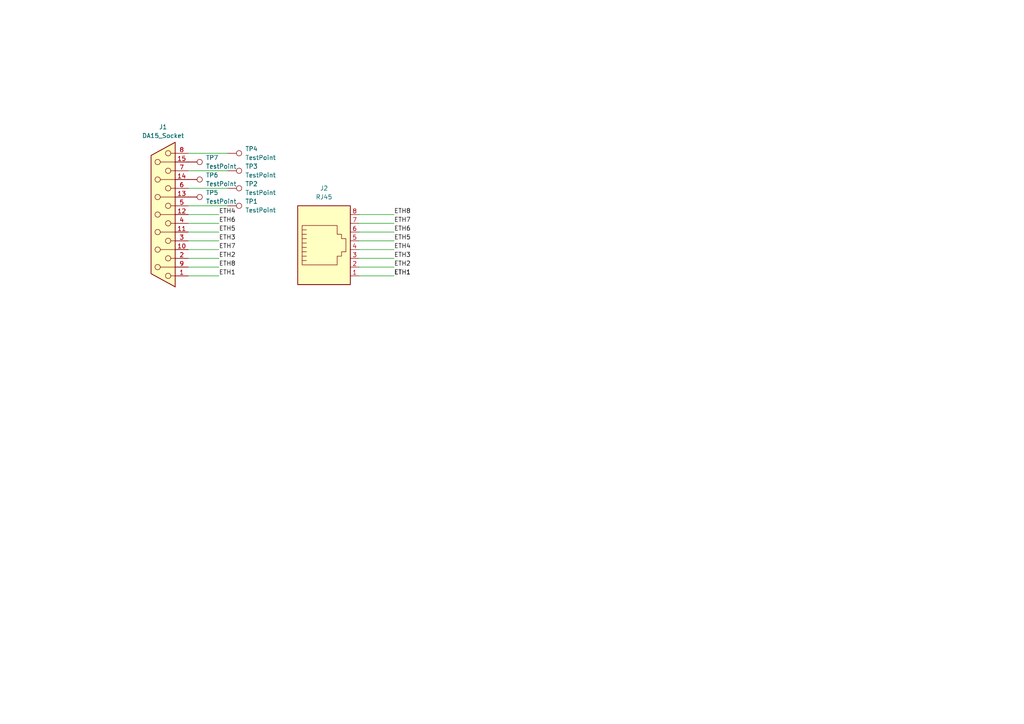
<source format=kicad_sch>
(kicad_sch (version 20250114) (generator "eeschema") (generator_version "9.0")
  (paper "A4")
  (lib_symbols
    (symbol "Connector:DA15_Socket" (pin_names (offset 1.016) (hide yes))
      (property "Reference" "J" (at 0.508 21.59 0))
      (property "Value" "DA15_Socket" (at 0 -22.225 0))
      (symbol "DA15_Socket_0_1"
        (polyline (pts (xy -3.81 20.955) (xy 3.175 17.145) (xy 3.175 -17.145) (xy -3.81 -20.955) (xy -3.81 20.955)) (stroke (width 0.254)) (fill (type background)))
        (polyline (pts (xy -3.81 17.78) (xy -2.54 17.78)))
        (polyline (pts (xy -3.81 15.24) (xy 0.508 15.24)))
        (polyline (pts (xy -3.81 12.7) (xy -2.54 12.7)))
        (polyline (pts (xy -3.81 10.16) (xy 0.508 10.16)))
        (polyline (pts (xy -3.81 7.62) (xy -2.54 7.62)))
        (polyline (pts (xy -3.81 5.08) (xy 0.508 5.08)))
        (polyline (pts (xy -3.81 2.54) (xy -2.54 2.54)))
        (polyline (pts (xy -3.81 0) (xy 0.508 0)))
        (polyline (pts (xy -3.81 -2.54) (xy -2.54 -2.54)))
        (polyline (pts (xy -3.81 -5.08) (xy 0.508 -5.08)))
        (polyline (pts (xy -3.81 -7.62) (xy -2.54 -7.62)))
        (polyline (pts (xy -3.81 -10.16) (xy 0.508 -10.16)))
        (polyline (pts (xy -3.81 -12.7) (xy -2.54 -12.7)))
        (polyline (pts (xy -3.81 -15.24) (xy 0.508 -15.24)))
        (polyline (pts (xy -3.81 -17.78) (xy -2.54 -17.78)))
        (circle (center -1.778 17.78) (radius 0.762))
        (circle (center -1.778 12.7) (radius 0.762))
        (circle (center -1.778 7.62) (radius 0.762))
        (circle (center -1.778 2.54) (radius 0.762))
        (circle (center -1.778 -2.54) (radius 0.762))
        (circle (center -1.778 -7.62) (radius 0.762))
        (circle (center -1.778 -12.7) (radius 0.762))
        (circle (center -1.778 -17.78) (radius 0.762))
        (circle (center 1.27 15.24) (radius 0.762))
        (circle (center 1.27 10.16) (radius 0.762))
        (circle (center 1.27 5.08) (radius 0.762))
        (circle (center 1.27 0) (radius 0.762))
        (circle (center 1.27 -5.08) (radius 0.762))
        (circle (center 1.27 -10.16) (radius 0.762))
        (circle (center 1.27 -15.24) (radius 0.762))
      )
      (symbol "DA15_Socket_1_1"
        (pin passive line (at -7.62 17.78 0) (length 3.81) (name "1") (number "1"))
        (pin passive line (at -7.62 15.24 0) (length 3.81) (name "P9") (number "9"))
        (pin passive line (at -7.62 12.7 0) (length 3.81) (name "2") (number "2"))
        (pin passive line (at -7.62 10.16 0) (length 3.81) (name "P10") (number "10"))
        (pin passive line (at -7.62 7.62 0) (length 3.81) (name "3") (number "3"))
        (pin passive line (at -7.62 5.08 0) (length 3.81) (name "P111") (number "11"))
        (pin passive line (at -7.62 2.54 0) (length 3.81) (name "4") (number "4"))
        (pin passive line (at -7.62 0 0) (length 3.81) (name "P12") (number "12"))
        (pin passive line (at -7.62 -2.54 0) (length 3.81) (name "5") (number "5"))
        (pin passive line (at -7.62 -5.08 0) (length 3.81) (name "P13") (number "13"))
        (pin passive line (at -7.62 -7.62 0) (length 3.81) (name "6") (number "6"))
        (pin passive line (at -7.62 -10.16 0) (length 3.81) (name "P14") (number "14"))
        (pin passive line (at -7.62 -12.7 0) (length 3.81) (name "7") (number "7"))
        (pin passive line (at -7.62 -15.24 0) (length 3.81) (name "P15") (number "15"))
        (pin passive line (at -7.62 -17.78 0) (length 3.81) (name "8") (number "8"))
      )
    )
    (symbol "Connector:RJ45" (pin_names (offset 1.016))
      (property "Reference" "J" (at -5.08 13.97 0))
      (property "Value" "RJ45" (at 2.54 13.97 0))
      (symbol "RJ45_0_1"
        (polyline (pts (xy -6.35 1.905) (xy -5.08 1.905) (xy -5.08 1.905)))
        (polyline (pts (xy -6.35 0.635) (xy -5.08 0.635) (xy -5.08 0.635)))
        (polyline (pts (xy -6.35 -0.635) (xy -5.08 -0.635) (xy -5.08 -0.635)))
        (polyline (pts (xy -6.35 -1.905) (xy -5.08 -1.905) (xy -5.08 -1.905)))
        (polyline (pts (xy -6.35 -3.175) (xy -5.08 -3.175) (xy -5.08 -3.175)))
        (polyline (pts (xy -6.35 -4.445) (xy -6.35 6.985) (xy 3.81 6.985) (xy 3.81 4.445) (xy 5.08 4.445) (xy 5.08 3.175) (xy 6.35 3.175) (xy 6.35 -0.635) (xy 5.08 -0.635) (xy 5.08 -1.905) (xy 3.81 -1.905) (xy 3.81 -4.445) (xy -6.35 -4.445) (xy -6.35 -4.445)))
        (polyline (pts (xy -5.08 5.715) (xy -6.35 5.715)))
        (polyline (pts (xy -5.08 4.445) (xy -6.35 4.445)))
        (polyline (pts (xy -5.08 3.175) (xy -6.35 3.175) (xy -6.35 3.175)))
        (rectangle (start 7.62 12.7) (end -7.62 -10.16) (stroke (width 0.254)) (fill (type background)))
      )
      (symbol "RJ45_1_1"
        (pin passive line (at 10.16 10.16 180) (length 2.54) (name "~") (number "8"))
        (pin passive line (at 10.16 7.62 180) (length 2.54) (name "~") (number "7"))
        (pin passive line (at 10.16 5.08 180) (length 2.54) (name "~") (number "6"))
        (pin passive line (at 10.16 2.54 180) (length 2.54) (name "~") (number "5"))
        (pin passive line (at 10.16 0 180) (length 2.54) (name "~") (number "4"))
        (pin passive line (at 10.16 -2.54 180) (length 2.54) (name "~") (number "3"))
        (pin passive line (at 10.16 -5.08 180) (length 2.54) (name "~") (number "2"))
        (pin passive line (at 10.16 -7.62 180) (length 2.54) (name "~") (number "1"))
      )
    )
    (symbol "Connector:TestPoint" (pin_numbers (hide yes)) (pin_names (offset 0.762) (hide yes))
      (property "Reference" "TP" (at 0 6.858 0))
      (property "Value" "TestPoint" (at 0 5.08 0))
      (symbol "TestPoint_0_1"
        (circle (center 0 3.302) (radius 0.762))
      )
      (symbol "TestPoint_1_1"
        (pin passive line (at 0 0 90) (length 2.54) (name "1") (number "1"))
      )
    )
  )
  (wire (pts (xy 54.61 44.45) (xy 66.04 44.45)))
  (wire (pts (xy 54.61 67.31) (xy 63.5 67.31)))
  (wire (pts (xy 54.61 64.77) (xy 63.5 64.77)))
  (wire (pts (xy 54.61 59.69) (xy 66.04 59.69)))
  (wire (pts (xy 54.61 69.85) (xy 63.5 69.85)))
  (wire (pts (xy 54.61 77.47) (xy 63.5 77.47)))
  (wire (pts (xy 54.61 72.39) (xy 63.5 72.39)))
  (wire (pts (xy 104.14 74.93) (xy 114.3 74.93)))
  (wire (pts (xy 54.61 49.53) (xy 66.04 49.53)))
  (wire (pts (xy 54.61 80.01) (xy 63.5 80.01)))
  (wire (pts (xy 104.14 69.85) (xy 114.3 69.85)))
  (wire (pts (xy 54.61 62.23) (xy 63.5 62.23)))
  (wire (pts (xy 104.14 64.77) (xy 114.3 64.77)))
  (wire (pts (xy 104.14 72.39) (xy 114.3 72.39)))
  (wire (pts (xy 104.14 62.23) (xy 114.3 62.23)))
  (wire (pts (xy 104.14 67.31) (xy 114.3 67.31)))
  (wire (pts (xy 54.61 54.61) (xy 66.04 54.61)))
  (wire (pts (xy 104.14 80.01) (xy 114.3 80.01)))
  (wire (pts (xy 54.61 74.93) (xy 63.5 74.93)))
  (wire (pts (xy 104.14 77.47) (xy 114.3 77.47)))
  (label "ETH1" (at 114.3 80.01 0))
  (label "ETH8" (at 114.3 62.23 0))
  (label "ETH1" (at 114.3 80.01 0))
  (label "ETH7" (at 63.5 72.39 0))
  (label "ETH3" (at 63.5 69.85 0))
  (label "ETH2" (at 63.5 74.93 0))
  (label "ETH1" (at 63.5 80.01 0))
  (label "ETH7" (at 114.3 64.77 0))
  (label "ETH6" (at 63.5 64.77 0))
  (label "ETH5" (at 114.3 69.85 0))
  (label "ETH2" (at 114.3 77.47 0))
  (label "ETH3" (at 114.3 74.93 0))
  (label "ETH8" (at 63.5 77.47 0))
  (label "ETH5" (at 63.5 67.31 0))
  (label "ETH6" (at 114.3 67.31 0))
  (label "ETH4" (at 114.3 72.39 0))
  (label "ETH4" (at 63.5 62.23 0))
  (symbol (lib_id "Connector:RJ45") (at 93.98 72.39 0) (unit 1)
    (property "Reference" "J2" (at 93.98 54.61 0))
    (property "Value" "RJ45" (at 93.98 57.15 0))
    (property "Footprint" "Connector_RJ:RJ45_OST_PJ012-8P8CX_Vertical" (effects (hide yes)))
    (property "Description" "RJ connector, 8P8C (8 positions 8 connected)" (effects (hide yes)))
  )
  (symbol (lib_id "Connector:TestPoint") (at 66.04 44.45 270) (unit 1)
    (property "Reference" "TP4" (at 71.12 43.1799 90) (effects (justify left)))
    (property "Value" "TestPoint" (at 71.12 45.7199 90) (effects (justify left)))
    (property "Footprint" "Connector_Wire:SolderWirePad_1x01_SMD_1.5x3mm" (effects (hide yes)))
    (property "Description" "test point" (effects (hide yes)))
  )
  (symbol (lib_id "Connector:TestPoint") (at 66.04 54.61 270) (unit 1)
    (property "Reference" "TP2" (at 71.12 53.3399 90) (effects (justify left)))
    (property "Value" "TestPoint" (at 71.12 55.8799 90) (effects (justify left)))
    (property "Footprint" "Connector_Wire:SolderWirePad_1x01_SMD_1.5x3mm" (effects (hide yes)))
    (property "Description" "test point" (effects (hide yes)))
  )
  (symbol (lib_id "Connector:TestPoint") (at 54.61 46.99 270) (unit 1)
    (property "Reference" "TP7" (at 59.69 45.7199 90) (effects (justify left)))
    (property "Value" "TestPoint" (at 59.69 48.2599 90) (effects (justify left)))
    (property "Footprint" "Connector_Wire:SolderWirePad_1x01_SMD_1.5x3mm" (effects (hide yes)))
    (property "Description" "test point" (effects (hide yes)))
  )
  (symbol (lib_id "Connector:TestPoint") (at 54.61 57.15 270) (unit 1)
    (property "Reference" "TP5" (at 59.69 55.8799 90) (effects (justify left)))
    (property "Value" "TestPoint" (at 59.69 58.4199 90) (effects (justify left)))
    (property "Footprint" "Connector_Wire:SolderWirePad_1x01_SMD_1.5x3mm" (effects (hide yes)))
    (property "Description" "test point" (effects (hide yes)))
  )
  (symbol (lib_id "Connector:TestPoint") (at 66.04 49.53 270) (unit 1)
    (property "Reference" "TP3" (at 71.12 48.2599 90) (effects (justify left)))
    (property "Value" "TestPoint" (at 71.12 50.7999 90) (effects (justify left)))
    (property "Footprint" "Connector_Wire:SolderWirePad_1x01_SMD_1.5x3mm" (effects (hide yes)))
    (property "Description" "test point" (effects (hide yes)))
  )
  (symbol (lib_id "Connector:DA15_Socket") (at 46.99 62.23 180) (unit 1)
    (property "Reference" "J1" (at 47.3075 36.83 0))
    (property "Value" "DA15_Socket" (at 47.3075 39.37 0))
    (property "Footprint" "Connector_Dsub:DSUB-15_Socket_Vertical_P2.77x2.84mm" (effects (hide yes)))
    (property "Description" "15-pin D-SUB connector, socket (female) (low-density/2 columns)" (effects (hide yes)))
  )
  (symbol (lib_id "Connector:TestPoint") (at 66.04 59.69 270) (unit 1)
    (property "Reference" "TP1" (at 71.12 58.4199 90) (effects (justify left)))
    (property "Value" "TestPoint" (at 71.12 60.9599 90) (effects (justify left)))
    (property "Footprint" "Connector_Wire:SolderWirePad_1x01_SMD_1.5x3mm" (effects (hide yes)))
    (property "Description" "test point" (effects (hide yes)))
  )
  (symbol (lib_id "Connector:TestPoint") (at 54.61 52.07 270) (unit 1)
    (property "Reference" "TP6" (at 59.69 50.7999 90) (effects (justify left)))
    (property "Value" "TestPoint" (at 59.69 53.3399 90) (effects (justify left)))
    (property "Footprint" "Connector_Wire:SolderWirePad_1x01_SMD_1.5x3mm" (effects (hide yes)))
    (property "Description" "test point" (effects (hide yes)))
  )
)
</source>
